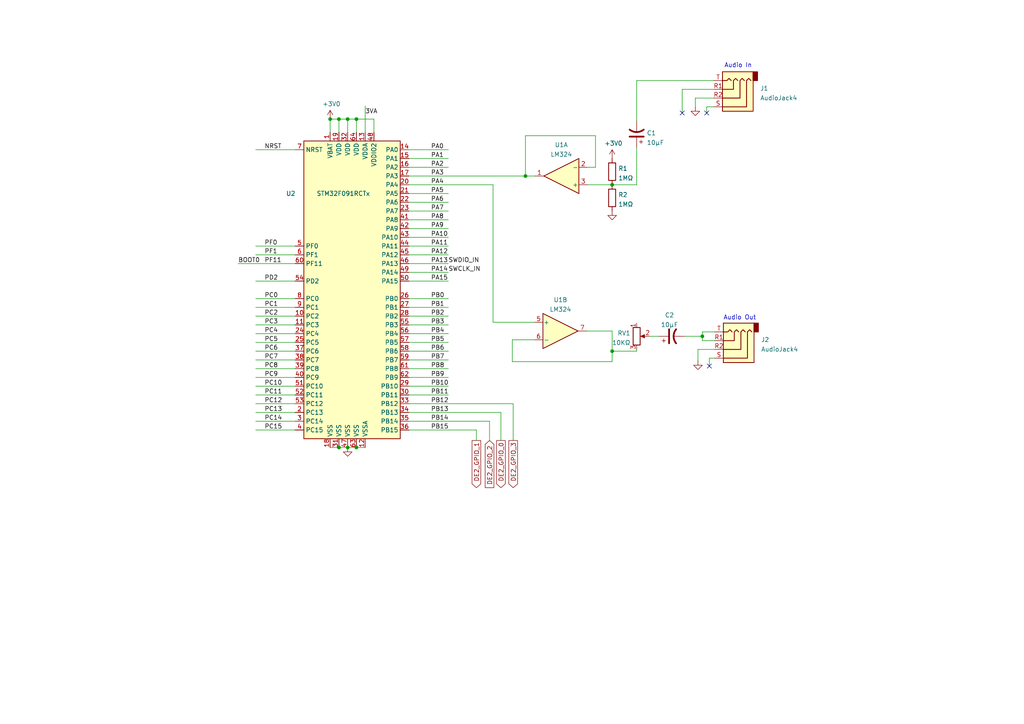
<source format=kicad_sch>
(kicad_sch (version 20211123) (generator eeschema)
  (paper "A4")
  (title_block (title "FIR Filter Audio Processing") (date "2022-04-30") (rev "1"))
  (lib_symbols
    (symbol "Amplifier_Operational:LM324" (pin_names (offset 0.127))
      (property "Reference" "U" (at 0 5.08 0))
      (property "Value" "LM324" (at 0 -5.08 0))
      (symbol "LM324_1_1"
        (polyline (pts (xy -5.08 5.08) (xy 5.08 0) (xy -5.08 -5.08) (xy -5.08 5.08)) (stroke (width 0.254)) (fill (type background)))
        (pin output line (at 7.62 0 180) (length 2.54) (name "~") (number "1"))
        (pin input line (at -7.62 -2.54 0) (length 2.54) (name "-") (number "2"))
        (pin input line (at -7.62 2.54 0) (length 2.54) (name "+") (number "3"))
      )
      (symbol "LM324_2_1"
        (polyline (pts (xy -5.08 5.08) (xy 5.08 0) (xy -5.08 -5.08) (xy -5.08 5.08)) (stroke (width 0.254)) (fill (type background)))
        (pin input line (at -7.62 2.54 0) (length 2.54) (name "+") (number "5"))
        (pin input line (at -7.62 -2.54 0) (length 2.54) (name "-") (number "6"))
        (pin output line (at 7.62 0 180) (length 2.54) (name "~") (number "7"))
      )
      (symbol "LM324_3_1"
        (polyline (pts (xy -5.08 5.08) (xy 5.08 0) (xy -5.08 -5.08) (xy -5.08 5.08)) (stroke (width 0.254)) (fill (type background)))
        (pin input line (at -7.62 2.54 0) (length 2.54) (name "+") (number "10"))
        (pin output line (at 7.62 0 180) (length 2.54) (name "~") (number "8"))
        (pin input line (at -7.62 -2.54 0) (length 2.54) (name "-") (number "9"))
      )
      (symbol "LM324_4_1"
        (polyline (pts (xy -5.08 5.08) (xy 5.08 0) (xy -5.08 -5.08) (xy -5.08 5.08)) (stroke (width 0.254)) (fill (type background)))
        (pin input line (at -7.62 2.54 0) (length 2.54) (name "+") (number "12"))
        (pin input line (at -7.62 -2.54 0) (length 2.54) (name "-") (number "13"))
        (pin output line (at 7.62 0 180) (length 2.54) (name "~") (number "14"))
      )
      (symbol "LM324_5_1"
        (pin power_in line (at -2.54 -7.62 90) (length 3.81) (name "V-") (number "11"))
        (pin power_in line (at -2.54 7.62 270) (length 3.81) (name "V+") (number "4"))
      )
    )
    (symbol "Connector:AudioJack4"
      (property "Reference" "J" (at 0 8.89 0))
      (property "Value" "AudioJack4" (at 0 6.35 0))
      (symbol "AudioJack4_0_1"
        (rectangle (start -6.35 -5.08) (end -7.62 -7.62) (stroke (width 0.254)) (fill (type outline)))
        (polyline (pts (xy 0 -5.08) (xy 0.635 -5.715) (xy 1.27 -5.08) (xy 2.54 -5.08)) (stroke (width 0.254)))
        (polyline (pts (xy -5.715 -5.08) (xy -5.08 -5.715) (xy -4.445 -5.08) (xy -4.445 2.54) (xy 2.54 2.54)) (stroke (width 0.254)))
        (polyline (pts (xy -1.905 -5.08) (xy -1.27 -5.715) (xy -0.635 -5.08) (xy -0.635 -2.54) (xy 2.54 -2.54)) (stroke (width 0.254)))
        (polyline (pts (xy 2.54 0) (xy -2.54 0) (xy -2.54 -5.08) (xy -3.175 -5.715) (xy -3.81 -5.08)) (stroke (width 0.254)))
        (rectangle (start 2.54 3.81) (end -6.35 -7.62) (stroke (width 0.254)) (fill (type background)))
      )
      (symbol "AudioJack4_1_1"
        (pin passive line (at 5.08 -2.54 180) (length 2.54) (name "~") (number "R1"))
        (pin passive line (at 5.08 0 180) (length 2.54) (name "~") (number "R2"))
        (pin passive line (at 5.08 2.54 180) (length 2.54) (name "~") (number "S"))
        (pin passive line (at 5.08 -5.08 180) (length 2.54) (name "~") (number "T"))
      )
    )
    (symbol "Device:C_Polarized_US" (pin_numbers hide) (pin_names (offset 0.254) hide)
      (property "Reference" "C" (at 0.635 2.54 0))
      (property "Value" "C_Polarized_US" (at 0.635 -2.54 0))
      (symbol "C_Polarized_US_0_1"
        (polyline (pts (xy -2.032 0.762) (xy 2.032 0.762)) (stroke (width 0.508)))
        (polyline (pts (xy -1.778 2.286) (xy -0.762 2.286)))
        (polyline (pts (xy -1.27 1.778) (xy -1.27 2.794)))
        (arc (start 2.032 -1.27) (mid 0 -0.5572) (end -2.032 -1.27) (stroke (width 0.508)))
      )
      (symbol "C_Polarized_US_1_1"
        (pin passive line (at 0 3.81 270) (length 2.794) (name "~") (number "1"))
        (pin passive line (at 0 -3.81 90) (length 3.302) (name "~") (number "2"))
      )
    )
    (symbol "Device:R" (pin_numbers hide) (pin_names (offset 0))
      (property "Reference" "R" (at 2.032 0 90))
      (property "Value" "R" (at 0 0 90))
      (symbol "R_0_1"
        (rectangle (start -1.016 -2.54) (end 1.016 2.54) (stroke (width 0.254)))
      )
      (symbol "R_1_1"
        (pin passive line (at 0 3.81 270) (length 1.27) (name "~") (number "1"))
        (pin passive line (at 0 -3.81 90) (length 1.27) (name "~") (number "2"))
      )
    )
    (symbol "Device:R_Potentiometer" (pin_names (offset 1.016) hide)
      (property "Reference" "RV" (at -4.445 0 90))
      (property "Value" "R_Potentiometer" (at -2.54 0 90))
      (symbol "R_Potentiometer_0_1"
        (polyline (pts (xy 2.54 0) (xy 1.524 0)))
        (polyline (pts (xy 1.143 0) (xy 2.286 0.508) (xy 2.286 -0.508) (xy 1.143 0)) (fill (type outline)))
        (rectangle (start 1.016 2.54) (end -1.016 -2.54) (stroke (width 0.254)))
      )
      (symbol "R_Potentiometer_1_1"
        (pin passive line (at 0 3.81 270) (length 1.27) (name "1") (number "1"))
        (pin passive line (at 3.81 0 180) (length 1.27) (name "2") (number "2"))
        (pin passive line (at 0 -3.81 90) (length 1.27) (name "3") (number "3"))
      )
    )
    (symbol "MCU_ST_STM32F0:STM32F091RCTx"
      (property "Reference" "U" (at -15.24 44.45 0))
      (property "Value" "STM32F091RCTx" (at 7.62 44.45 0))
      (symbol "STM32F091RCTx_0_1"
        (rectangle (start -15.24 -43.18) (end 12.7 43.18) (stroke (width 0.254)) (fill (type background)))
      )
      (symbol "STM32F091RCTx_1_1"
        (pin power_in line (at -7.62 45.72 270) (length 2.54) (name "VBAT") (number "1"))
        (pin bidirectional line (at -17.78 -7.62 0) (length 2.54) (name "PC2") (number "10"))
        (pin bidirectional line (at -17.78 -10.16 0) (length 2.54) (name "PC3") (number "11"))
        (pin power_in line (at 2.54 -45.72 90) (length 2.54) (name "VSSA") (number "12"))
        (pin power_in line (at 2.54 45.72 270) (length 2.54) (name "VDDA") (number "13"))
        (pin bidirectional line (at 15.24 40.64 180) (length 2.54) (name "PA0") (number "14"))
        (pin bidirectional line (at 15.24 38.1 180) (length 2.54) (name "PA1") (number "15"))
        (pin bidirectional line (at 15.24 35.56 180) (length 2.54) (name "PA2") (number "16"))
        (pin bidirectional line (at 15.24 33.02 180) (length 2.54) (name "PA3") (number "17"))
        (pin power_in line (at -7.62 -45.72 90) (length 2.54) (name "VSS") (number "18"))
        (pin power_in line (at -5.08 45.72 270) (length 2.54) (name "VDD") (number "19"))
        (pin bidirectional line (at -17.78 -35.56 0) (length 2.54) (name "PC13") (number "2"))
        (pin bidirectional line (at 15.24 30.48 180) (length 2.54) (name "PA4") (number "20"))
        (pin bidirectional line (at 15.24 27.94 180) (length 2.54) (name "PA5") (number "21"))
        (pin bidirectional line (at 15.24 25.4 180) (length 2.54) (name "PA6") (number "22"))
        (pin bidirectional line (at 15.24 22.86 180) (length 2.54) (name "PA7") (number "23"))
        (pin bidirectional line (at -17.78 -12.7 0) (length 2.54) (name "PC4") (number "24"))
        (pin bidirectional line (at -17.78 -15.24 0) (length 2.54) (name "PC5") (number "25"))
        (pin bidirectional line (at 15.24 -2.54 180) (length 2.54) (name "PB0") (number "26"))
        (pin bidirectional line (at 15.24 -5.08 180) (length 2.54) (name "PB1") (number "27"))
        (pin bidirectional line (at 15.24 -7.62 180) (length 2.54) (name "PB2") (number "28"))
        (pin bidirectional line (at 15.24 -27.94 180) (length 2.54) (name "PB10") (number "29"))
        (pin bidirectional line (at -17.78 -38.1 0) (length 2.54) (name "PC14") (number "3"))
        (pin bidirectional line (at 15.24 -30.48 180) (length 2.54) (name "PB11") (number "30"))
        (pin power_in line (at -5.08 -45.72 90) (length 2.54) (name "VSS") (number "31"))
        (pin power_in line (at -2.54 45.72 270) (length 2.54) (name "VDD") (number "32"))
        (pin bidirectional line (at 15.24 -33.02 180) (length 2.54) (name "PB12") (number "33"))
        (pin bidirectional line (at 15.24 -35.56 180) (length 2.54) (name "PB13") (number "34"))
        (pin bidirectional line (at 15.24 -38.1 180) (length 2.54) (name "PB14") (number "35"))
        (pin bidirectional line (at 15.24 -40.64 180) (length 2.54) (name "PB15") (number "36"))
        (pin bidirectional line (at -17.78 -17.78 0) (length 2.54) (name "PC6") (number "37"))
        (pin bidirectional line (at -17.78 -20.32 0) (length 2.54) (name "PC7") (number "38"))
        (pin bidirectional line (at -17.78 -22.86 0) (length 2.54) (name "PC8") (number "39"))
        (pin bidirectional line (at -17.78 -40.64 0) (length 2.54) (name "PC15") (number "4"))
        (pin bidirectional line (at -17.78 -25.4 0) (length 2.54) (name "PC9") (number "40"))
        (pin bidirectional line (at 15.24 20.32 180) (length 2.54) (name "PA8") (number "41"))
        (pin bidirectional line (at 15.24 17.78 180) (length 2.54) (name "PA9") (number "42"))
        (pin bidirectional line (at 15.24 15.24 180) (length 2.54) (name "PA10") (number "43"))
        (pin bidirectional line (at 15.24 12.7 180) (length 2.54) (name "PA11") (number "44"))
        (pin bidirectional line (at 15.24 10.16 180) (length 2.54) (name "PA12") (number "45"))
        (pin bidirectional line (at 15.24 7.62 180) (length 2.54) (name "PA13") (number "46"))
        (pin power_in line (at -2.54 -45.72 90) (length 2.54) (name "VSS") (number "47"))
        (pin power_in line (at 5.08 45.72 270) (length 2.54) (name "VDDIO2") (number "48"))
        (pin bidirectional line (at 15.24 5.08 180) (length 2.54) (name "PA14") (number "49"))
        (pin input line (at -17.78 12.7 0) (length 2.54) (name "PF0") (number "5"))
        (pin bidirectional line (at 15.24 2.54 180) (length 2.54) (name "PA15") (number "50"))
        (pin bidirectional line (at -17.78 -27.94 0) (length 2.54) (name "PC10") (number "51"))
        (pin bidirectional line (at -17.78 -30.48 0) (length 2.54) (name "PC11") (number "52"))
        (pin bidirectional line (at -17.78 -33.02 0) (length 2.54) (name "PC12") (number "53"))
        (pin bidirectional line (at -17.78 2.54 0) (length 2.54) (name "PD2") (number "54"))
        (pin bidirectional line (at 15.24 -10.16 180) (length 2.54) (name "PB3") (number "55"))
        (pin bidirectional line (at 15.24 -12.7 180) (length 2.54) (name "PB4") (number "56"))
        (pin bidirectional line (at 15.24 -15.24 180) (length 2.54) (name "PB5") (number "57"))
        (pin bidirectional line (at 15.24 -17.78 180) (length 2.54) (name "PB6") (number "58"))
        (pin bidirectional line (at 15.24 -20.32 180) (length 2.54) (name "PB7") (number "59"))
        (pin input line (at -17.78 10.16 0) (length 2.54) (name "PF1") (number "6"))
        (pin bidirectional line (at -17.78 7.62 0) (length 2.54) (name "PF11") (number "60"))
        (pin bidirectional line (at 15.24 -22.86 180) (length 2.54) (name "PB8") (number "61"))
        (pin bidirectional line (at 15.24 -25.4 180) (length 2.54) (name "PB9") (number "62"))
        (pin power_in line (at 0 -45.72 90) (length 2.54) (name "VSS") (number "63"))
        (pin power_in line (at 0 45.72 270) (length 2.54) (name "VDD") (number "64"))
        (pin input line (at -17.78 40.64 0) (length 2.54) (name "NRST") (number "7"))
        (pin bidirectional line (at -17.78 -2.54 0) (length 2.54) (name "PC0") (number "8"))
        (pin bidirectional line (at -17.78 -5.08 0) (length 2.54) (name "PC1") (number "9"))
      )
    )
    (symbol "power:+3V0" (power) (pin_names (offset 0))
      (property "Value" "+3V0" (at 0 3.556 0))
      (symbol "+3V0_0_1"
        (polyline (pts (xy -0.762 1.27) (xy 0 2.54)))
        (polyline (pts (xy 0 0) (xy 0 2.54)))
        (polyline (pts (xy 0 2.54) (xy 0.762 1.27)))
      )
      (symbol "+3V0_1_1"
        (pin power_in line (at 0 0 90) (length 0) hide (name "+3V0") (number "1"))
      )
    )
    (symbol "power:GND" (power) (pin_names (offset 0))
      (property "Value" "GND" (at 0 -3.81 0))
      (symbol "GND_0_1"
        (polyline (pts (xy 0 0) (xy 0 -1.27) (xy 1.27 -1.27) (xy 0 -2.54) (xy -1.27 -1.27) (xy 0 -1.27)))
      )
      (symbol "GND_1_1"
        (pin power_in line (at 0 0 270) (length 0) hide (name "GND") (number "1"))
      )
    )
  )
  (junction (at 100.838 34.544))
  (junction (at 103.378 129.794))
  (junction (at 98.298 129.794))
  (junction (at 95.758 34.544))
  (junction (at 98.298 34.544))
  (junction (at 103.378 34.544))
  (junction (at 100.838 129.794))
  (junction (at 203.708 97.536))
  (junction (at 177.546 53.594))
  (junction (at 177.546 101.854))
  (junction (at 152.4 51.054))
  (no_connect (at 197.866 32.766))
  (no_connect (at 205.74 106.172))
  (no_connect (at 204.978 32.766))
  (wire (pts (xy 85.598 86.614) (xy 74.168 86.614)))
  (wire (pts (xy 118.618 71.374) (xy 130.048 71.374)))
  (wire (pts (xy 170.434 53.594) (xy 177.546 53.594)))
  (wire (pts (xy 177.546 96.012) (xy 177.546 101.854)))
  (wire (pts (xy 118.618 99.314) (xy 130.048 99.314)))
  (wire (pts (xy 118.618 68.834) (xy 130.048 68.834)))
  (wire (pts (xy 197.866 25.908) (xy 207.01 25.908)))
  (wire (pts (xy 85.598 43.434) (xy 74.168 43.434)))
  (wire (pts (xy 202.438 104.648) (xy 202.438 101.346)))
  (wire (pts (xy 85.598 71.374) (xy 74.168 71.374)))
  (wire (pts (xy 184.658 101.346) (xy 184.658 101.854)))
  (wire (pts (xy 141.986 122.174) (xy 141.986 127.762)))
  (wire (pts (xy 172.72 39.37) (xy 152.4 39.37)))
  (wire (pts (xy 118.618 53.594) (xy 143.002 53.594)))
  (wire (pts (xy 118.618 124.714) (xy 138.176 124.714)))
  (wire (pts (xy 98.298 38.354) (xy 98.298 34.544)))
  (wire (pts (xy 207.264 96.266) (xy 203.708 96.266)))
  (wire (pts (xy 152.4 51.054) (xy 155.194 51.054)))
  (wire (pts (xy 118.618 89.154) (xy 130.048 89.154)))
  (wire (pts (xy 85.598 119.634) (xy 74.168 119.634)))
  (wire (pts (xy 103.378 38.354) (xy 103.378 34.544)))
  (wire (pts (xy 69.088 76.454) (xy 85.598 76.454)))
  (wire (pts (xy 118.618 76.454) (xy 130.048 76.454)))
  (wire (pts (xy 118.618 56.134) (xy 130.048 56.134)))
  (wire (pts (xy 118.618 117.094) (xy 148.844 117.094)))
  (wire (pts (xy 118.618 61.214) (xy 130.048 61.214)))
  (wire (pts (xy 85.598 91.694) (xy 74.168 91.694)))
  (wire (pts (xy 85.598 73.914) (xy 74.168 73.914)))
  (wire (pts (xy 105.918 38.354) (xy 105.918 30.734)))
  (wire (pts (xy 138.176 124.714) (xy 138.176 127.762)))
  (wire (pts (xy 197.866 32.766) (xy 197.866 25.908)))
  (wire (pts (xy 203.708 97.536) (xy 203.708 98.806)))
  (wire (pts (xy 198.628 97.536) (xy 203.708 97.536)))
  (wire (pts (xy 103.378 129.794) (xy 105.918 129.794)))
  (wire (pts (xy 118.618 122.174) (xy 141.986 122.174)))
  (wire (pts (xy 170.434 48.514) (xy 172.72 48.514)))
  (wire (pts (xy 201.676 28.448) (xy 201.676 30.988)))
  (wire (pts (xy 184.658 23.368) (xy 207.01 23.368)))
  (wire (pts (xy 100.838 38.354) (xy 100.838 34.544)))
  (wire (pts (xy 177.546 53.594) (xy 184.658 53.594)))
  (wire (pts (xy 85.598 99.314) (xy 74.168 99.314)))
  (wire (pts (xy 184.658 101.854) (xy 177.546 101.854)))
  (wire (pts (xy 85.598 104.394) (xy 74.168 104.394)))
  (wire (pts (xy 118.618 109.474) (xy 130.048 109.474)))
  (wire (pts (xy 118.618 112.014) (xy 130.048 112.014)))
  (wire (pts (xy 118.618 94.234) (xy 130.048 94.234)))
  (wire (pts (xy 85.598 89.154) (xy 74.168 89.154)))
  (wire (pts (xy 118.618 101.854) (xy 130.048 101.854)))
  (wire (pts (xy 85.598 124.714) (xy 74.168 124.714)))
  (wire (pts (xy 95.758 34.544) (xy 98.298 34.544)))
  (wire (pts (xy 152.4 39.37) (xy 152.4 51.054)))
  (wire (pts (xy 118.618 63.754) (xy 130.048 63.754)))
  (wire (pts (xy 118.618 48.514) (xy 130.048 48.514)))
  (wire (pts (xy 207.01 28.448) (xy 201.676 28.448)))
  (wire (pts (xy 118.618 43.434) (xy 130.048 43.434)))
  (wire (pts (xy 207.264 103.886) (xy 205.74 103.886)))
  (wire (pts (xy 148.59 98.552) (xy 154.94 98.552)))
  (wire (pts (xy 118.618 119.634) (xy 145.288 119.634)))
  (wire (pts (xy 103.378 34.544) (xy 108.458 34.544)))
  (wire (pts (xy 108.458 34.544) (xy 108.458 38.354)))
  (wire (pts (xy 98.298 34.544) (xy 100.838 34.544)))
  (wire (pts (xy 118.618 104.394) (xy 130.048 104.394)))
  (wire (pts (xy 85.598 117.094) (xy 74.168 117.094)))
  (wire (pts (xy 95.758 129.794) (xy 98.298 129.794)))
  (wire (pts (xy 145.288 119.634) (xy 145.288 127.762)))
  (wire (pts (xy 118.618 51.054) (xy 152.4 51.054)))
  (wire (pts (xy 118.618 86.614) (xy 130.048 86.614)))
  (wire (pts (xy 170.18 96.012) (xy 177.546 96.012)))
  (wire (pts (xy 188.468 97.536) (xy 191.008 97.536)))
  (wire (pts (xy 148.844 117.094) (xy 148.844 127.762)))
  (wire (pts (xy 85.598 112.014) (xy 74.168 112.014)))
  (wire (pts (xy 172.72 48.514) (xy 172.72 39.37)))
  (wire (pts (xy 148.59 104.902) (xy 148.59 98.552)))
  (wire (pts (xy 85.598 109.474) (xy 74.168 109.474)))
  (wire (pts (xy 118.618 58.674) (xy 130.048 58.674)))
  (wire (pts (xy 143.002 93.472) (xy 154.94 93.472)))
  (wire (pts (xy 85.598 94.234) (xy 74.168 94.234)))
  (wire (pts (xy 118.618 78.994) (xy 130.048 78.994)))
  (wire (pts (xy 118.618 81.534) (xy 130.048 81.534)))
  (wire (pts (xy 100.838 129.794) (xy 103.378 129.794)))
  (wire (pts (xy 177.546 104.902) (xy 148.59 104.902)))
  (wire (pts (xy 203.708 98.806) (xy 207.264 98.806)))
  (wire (pts (xy 202.438 101.346) (xy 207.264 101.346)))
  (wire (pts (xy 118.618 114.554) (xy 130.048 114.554)))
  (wire (pts (xy 85.598 106.934) (xy 74.168 106.934)))
  (wire (pts (xy 184.658 23.368) (xy 184.658 35.052)))
  (wire (pts (xy 118.618 73.914) (xy 130.048 73.914)))
  (wire (pts (xy 98.298 129.794) (xy 100.838 129.794)))
  (wire (pts (xy 205.74 103.886) (xy 205.74 106.172)))
  (wire (pts (xy 177.546 101.854) (xy 177.546 104.902)))
  (wire (pts (xy 203.708 96.266) (xy 203.708 97.536)))
  (wire (pts (xy 143.002 53.594) (xy 143.002 93.472)))
  (wire (pts (xy 118.618 45.974) (xy 130.048 45.974)))
  (wire (pts (xy 118.618 66.294) (xy 130.048 66.294)))
  (wire (pts (xy 95.758 38.354) (xy 95.758 34.544)))
  (wire (pts (xy 85.598 101.854) (xy 74.168 101.854)))
  (wire (pts (xy 85.598 114.554) (xy 74.168 114.554)))
  (wire (pts (xy 184.658 42.672) (xy 184.658 53.594)))
  (wire (pts (xy 118.618 106.934) (xy 130.048 106.934)))
  (wire (pts (xy 204.978 30.988) (xy 204.978 32.766)))
  (wire (pts (xy 118.618 96.774) (xy 130.048 96.774)))
  (wire (pts (xy 118.618 91.694) (xy 130.048 91.694)))
  (wire (pts (xy 100.838 34.544) (xy 103.378 34.544)))
  (wire (pts (xy 85.598 96.774) (xy 74.168 96.774)))
  (wire (pts (xy 85.598 81.534) (xy 74.168 81.534)))
  (wire (pts (xy 85.598 122.174) (xy 74.168 122.174)))
  (wire (pts (xy 207.01 30.988) (xy 204.978 30.988)))
  (text "Audio Out" (at 209.804 92.964 0) (effects (font (size 1.27 1.27)) (justify left bottom)))
  (text "Audio In" (at 210.058 19.812 0) (effects (font (size 1.27 1.27)) (justify left bottom)))
  (label "PA7" (at 124.968 61.214 0))
  (label "PA6" (at 124.968 58.674 0))
  (label "PA3" (at 124.968 51.054 0))
  (label "PF0" (at 76.708 71.374 0))
  (label "PF1" (at 76.708 73.914 0))
  (label "PB4" (at 124.968 96.774 0))
  (label "PC3" (at 76.708 94.234 0))
  (label "PC14" (at 76.708 122.174 0))
  (label "PA8" (at 124.968 63.754 0))
  (label "PC11" (at 76.708 114.554 0))
  (label "PB10" (at 124.968 112.014 0))
  (label "PA2" (at 124.968 48.514 0))
  (label "PD2" (at 76.708 81.534 0))
  (label "PC12" (at 76.708 117.094 0))
  (label "PB0" (at 124.968 86.614 0))
  (label "PB2" (at 124.968 91.694 0))
  (label "PA10" (at 124.968 68.834 0))
  (label "PA15" (at 124.968 81.534 0))
  (label "PC1" (at 76.708 89.154 0))
  (label "PA11" (at 124.968 71.374 0))
  (label "PC5" (at 76.708 99.314 0))
  (label "PA0" (at 124.968 43.434 0))
  (label "3VA" (at 105.918 33.274 0))
  (label "PA1" (at 124.968 45.974 0))
  (label "PB14" (at 124.968 122.174 0))
  (label "PB11" (at 124.968 114.554 0))
  (label "PA14" (at 124.968 78.994 0))
  (label "PC6" (at 76.708 101.854 0))
  (label "PB8" (at 124.968 106.934 0))
  (label "PB5" (at 124.968 99.314 0))
  (label "PC0" (at 76.708 86.614 0))
  (label "PB9" (at 124.968 109.474 0))
  (label "PA13" (at 124.968 76.454 0))
  (label "PC10" (at 76.708 112.014 0))
  (label "PB6" (at 124.968 101.854 0))
  (label "PC15" (at 76.708 124.714 0))
  (label "PB1" (at 124.968 89.154 0))
  (label "PA9" (at 124.968 66.294 0))
  (label "SWCLK_IN" (at 130.048 78.994 0))
  (label "PA5" (at 124.968 56.134 0))
  (label "PC9" (at 76.708 109.474 0))
  (label "PC13" (at 76.708 119.634 0))
  (label "PA4" (at 124.968 53.594 0))
  (label "PB7" (at 124.968 104.394 0))
  (label "BOOT0" (at 69.088 76.454 0))
  (label "PB3" (at 124.968 94.234 0))
  (label "PC7" (at 76.708 104.394 0))
  (label "PC4" (at 76.708 96.774 0))
  (label "SWDIO_IN" (at 130.048 76.454 0))
  (label "PF11" (at 76.708 76.454 0))
  (label "NRST" (at 76.708 43.434 0))
  (label "PA12" (at 124.968 73.914 0))
  (label "PC2" (at 76.708 91.694 0))
  (label "PB12" (at 124.968 117.094 0))
  (label "PB15" (at 124.968 124.714 0))
  (label "PC8" (at 76.708 106.934 0))
  (label "PB13" (at 124.968 119.634 0))
  (global_label "DE2_GPIO_3" (shape output) (at 148.844 127.762 270) (property "Intersheet References" "${INTERSHEET_REFS}" (effects hide)))
  (global_label "DE2_GPIO_1" (shape output) (at 138.176 127.762 270) (property "Intersheet References" "${INTERSHEET_REFS}" (effects hide)))
  (global_label "DE2_GPIO_2" (shape input) (at 141.986 127.762 270) (property "Intersheet References" "${INTERSHEET_REFS}" (effects hide)))
  (global_label "DE2_GPIO_0" (shape output) (at 145.288 127.762 270) (property "Intersheet References" "${INTERSHEET_REFS}" (effects hide)))
  (symbol (lib_id "MCU_ST_STM32F0:STM32F091RCTx") (at 103.378 84.074 0) (unit 1)
    (property "Reference" "U2" (at 84.328 56.134 0))
    (property "Value" "STM32F091RCTx" (at 99.568 56.134 0))
    (property "Footprint" "Package_QFP:LQFP-64_10x10mm_P0.5mm" (effects hide))
    (property "Datasheet" "http://www.st.com/st-web-ui/static/active/en/resource/technical/document/datasheet/DM00115237.pdf" (effects hide))
  )
  (symbol (lib_id "power:+3V0") (at 95.758 34.544 0) (unit 1)
    (property "Reference" "#PWR0105" (effects hide))
    (property "Value" "+3V0" (at 96.139 30.1498 0))
  )
  (symbol (lib_id "power:GND") (at 100.838 129.794 0) (unit 1)
    (property "Reference" "#PWR0114" (effects hide))
    (property "Value" "GND" (effects hide))
  )
  (symbol (lib_id "Amplifier_Operational:LM324") (at 162.56 96.012 0) (unit 2)
    (property "Reference" "U1" (at 162.56 86.9655 0))
    (property "Value" "LM324" (at 162.56 89.7406 0))
    (property "Datasheet" "http://www.ti.com/lit/ds/symlink/lm2902-n.pdf" (effects hide))
  )
  (symbol (lib_id "Device:R_Potentiometer") (at 184.658 97.536 0) (unit 1)
    (property "Reference" "RV1" (at 182.8801 96.6275 0) (effects (justify right)))
    (property "Value" "10KΩ" (at 182.8801 99.4026 0) (effects (justify right)))
  )
  (symbol (lib_id "Device:C_Polarized_US") (at 184.658 38.862 180) (unit 1)
    (property "Reference" "C1" (at 187.579 38.5885 0) (effects (justify right)))
    (property "Value" "10µF" (at 187.579 41.3636 0) (effects (justify right)))
  )
  (symbol (lib_id "Device:R") (at 177.546 57.404 0) (unit 1)
    (property "Reference" "R2" (at 179.324 56.4955 0) (effects (justify left)))
    (property "Value" "1MΩ" (at 179.324 59.2706 0) (effects (justify left)))
  )
  (symbol (lib_id "power:GND") (at 202.438 104.648 0) (unit 1)
    (property "Reference" "#PWR04" (effects hide))
    (property "Value" "GND" (effects hide))
  )
  (symbol (lib_id "Connector:AudioJack4") (at 212.344 101.346 180) (unit 1)
    (property "Reference" "J2" (at 220.726 98.5325 0) (effects (justify right)))
    (property "Value" "AudioJack4" (at 220.726 101.3076 0) (effects (justify right)))
  )
  (symbol (lib_id "Device:R") (at 177.546 49.784 0) (unit 1)
    (property "Reference" "R1" (at 179.324 48.8755 0) (effects (justify left)))
    (property "Value" "1MΩ" (at 179.324 51.6506 0) (effects (justify left)))
  )
  (symbol (lib_id "Device:C_Polarized_US") (at 194.818 97.536 90) (unit 1)
    (property "Reference" "C2" (at 194.183 91.4105 90))
    (property "Value" "10µF" (at 194.183 94.1856 90))
  )
  (symbol (lib_id "power:GND") (at 201.676 30.988 0) (unit 1)
    (property "Reference" "#PWR03" (effects hide))
    (property "Value" "GND" (effects hide))
  )
  (symbol (lib_id "power:GND") (at 177.546 61.214 0) (unit 1)
    (property "Reference" "#PWR02" (effects hide))
    (property "Value" "GND" (effects hide))
  )
  (symbol (lib_id "power:+3V0") (at 177.546 45.974 0) (unit 1)
    (property "Reference" "#PWR01" (effects hide))
    (property "Value" "+3V0" (at 177.927 41.5798 0))
  )
  (symbol (lib_id "Amplifier_Operational:LM324") (at 162.814 51.054 180) (unit 1)
    (property "Reference" "U1" (at 162.814 42.0075 0))
    (property "Value" "LM324" (at 162.814 44.7826 0))
    (property "Datasheet" "http://www.ti.com/lit/ds/symlink/lm2902-n.pdf" (effects hide))
  )
  (symbol (lib_id "Connector:AudioJack4") (at 212.09 28.448 180) (unit 1)
    (property "Reference" "J1" (at 220.472 25.6345 0) (effects (justify right)))
    (property "Value" "AudioJack4" (at 220.472 28.4096 0) (effects (justify right)))
  )
)
</source>
